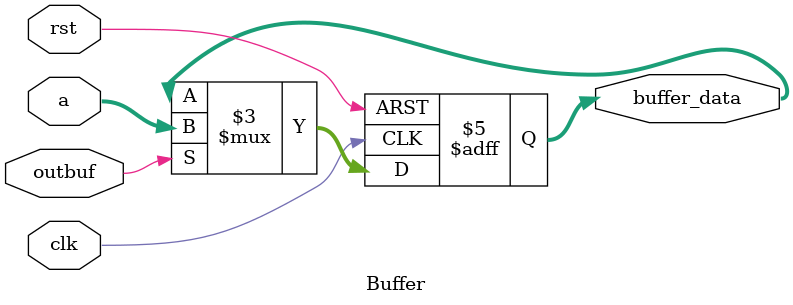
<source format=sv>
module Data_Path(
    input logic clk,
    input logic rst,
    input logic asel,
    input logic aen,
    input logic outbuf,
    input logic [3:0] repeat_num2,
    input logic [2:0] start_num,

    output logic altb,
    output logic [7:0] outport
    );

    logic [7:0] win, reg_out, buffer_data, sum, repeat_num;
    
    assign outport = buffer_data;

    Mux2x1 U_Mux2x1(
        .a(start_num),
        .b(sum),
        .asel(asel),
        .win(win)
    );

    Register U_Register(
        .clk(clk),
        .rst(rst),
        .aen(aen),
        .invalue(win),
        .outvalue(reg_out),
        .outrepeat(repeat_num)
    );

    Adder U_Adder(
        .a(reg_out),
        .b(repeat_num),
        .sum(sum)
    );

    Comparator U_Comparator(
        .a(repeat_num),
        .b(repeat_num2),
        .altb(altb)
    );

    Buffer U_Buffer(
        .clk(clk),
        .rst(rst),
        .outbuf(outbuf),
        .a(reg_out),
        .buffer_data(buffer_data)
    );

endmodule

module Mux2x1 (
    input logic [2:0] a,
    input logic [7:0] b,
    input logic asel,
    output logic [7:0] win
);
    always @(*) begin
        case (asel)
            0: win = a;
            1: win = b;
        endcase
    end
endmodule

module Register (
    input logic clk,
    input logic rst,
    input logic aen,
    input logic [7:0] invalue,
    output logic [7:0] outvalue,
    output logic [7:0] outrepeat
);

    always_ff @( posedge clk or posedge rst ) begin : Reg_FF
        if(rst) begin
            outvalue <= 0;
            outrepeat <= 0;
        end
        else begin
            if(aen) begin
                outvalue <= invalue;
                outrepeat <= outrepeat + 1;
            end
        end
    end

endmodule

module Adder (
    input logic [7:0] a,
    input logic [7:0] b,
    output logic [7:0] sum
);

    assign sum = a + b;
    
endmodule


module Comparator (
    input logic [3:0] a,
    input logic [3:0] b,
    output logic altb
);
    assign altb = (a <= b) ? 1 : 0;

endmodule

module Buffer (
    input logic clk,
    input logic rst,
    input logic outbuf,
    input logic [7:0] a,
    output logic [7:0] buffer_data
);

    always @(posedge clk or posedge rst) begin
        if(rst) buffer_data <= 0;
        else begin
            if(outbuf) buffer_data <= a;
            else buffer_data <= buffer_data;
        end
    end

endmodule
</source>
